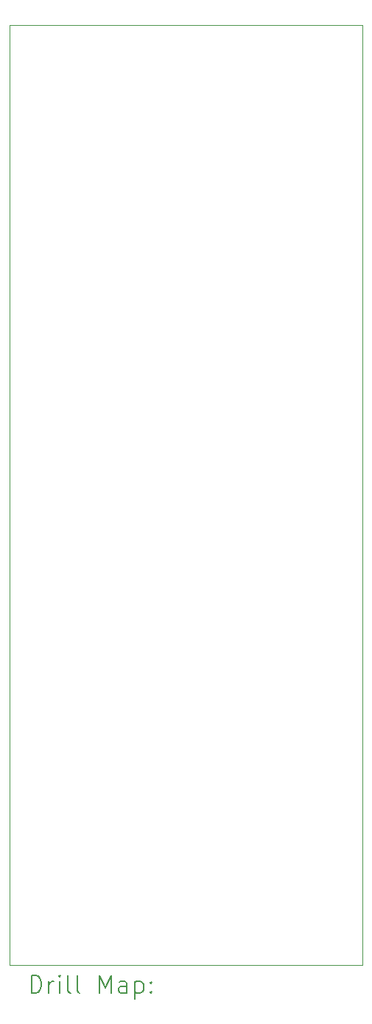
<source format=gbr>
%TF.GenerationSoftware,KiCad,Pcbnew,7.0.10-7.0.10~ubuntu22.04.1*%
%TF.CreationDate,2024-03-13T10:21:02+00:00*%
%TF.ProjectId,useq1,75736571-312e-46b6-9963-61645f706362,rev?*%
%TF.SameCoordinates,Original*%
%TF.FileFunction,Drillmap*%
%TF.FilePolarity,Positive*%
%FSLAX45Y45*%
G04 Gerber Fmt 4.5, Leading zero omitted, Abs format (unit mm)*
G04 Created by KiCad (PCBNEW 7.0.10-7.0.10~ubuntu22.04.1) date 2024-03-13 10:21:02*
%MOMM*%
%LPD*%
G01*
G04 APERTURE LIST*
%ADD10C,0.100000*%
%ADD11C,0.200000*%
G04 APERTURE END LIST*
D10*
X14560000Y-2005000D02*
X18620000Y-2005000D01*
X18620000Y-12805000D01*
X14560000Y-12805000D01*
X14560000Y-2005000D01*
D11*
X14815777Y-13121484D02*
X14815777Y-12921484D01*
X14815777Y-12921484D02*
X14863396Y-12921484D01*
X14863396Y-12921484D02*
X14891967Y-12931008D01*
X14891967Y-12931008D02*
X14911015Y-12950055D01*
X14911015Y-12950055D02*
X14920539Y-12969103D01*
X14920539Y-12969103D02*
X14930062Y-13007198D01*
X14930062Y-13007198D02*
X14930062Y-13035769D01*
X14930062Y-13035769D02*
X14920539Y-13073865D01*
X14920539Y-13073865D02*
X14911015Y-13092912D01*
X14911015Y-13092912D02*
X14891967Y-13111960D01*
X14891967Y-13111960D02*
X14863396Y-13121484D01*
X14863396Y-13121484D02*
X14815777Y-13121484D01*
X15015777Y-13121484D02*
X15015777Y-12988150D01*
X15015777Y-13026246D02*
X15025301Y-13007198D01*
X15025301Y-13007198D02*
X15034824Y-12997674D01*
X15034824Y-12997674D02*
X15053872Y-12988150D01*
X15053872Y-12988150D02*
X15072920Y-12988150D01*
X15139586Y-13121484D02*
X15139586Y-12988150D01*
X15139586Y-12921484D02*
X15130062Y-12931008D01*
X15130062Y-12931008D02*
X15139586Y-12940531D01*
X15139586Y-12940531D02*
X15149110Y-12931008D01*
X15149110Y-12931008D02*
X15139586Y-12921484D01*
X15139586Y-12921484D02*
X15139586Y-12940531D01*
X15263396Y-13121484D02*
X15244348Y-13111960D01*
X15244348Y-13111960D02*
X15234824Y-13092912D01*
X15234824Y-13092912D02*
X15234824Y-12921484D01*
X15368158Y-13121484D02*
X15349110Y-13111960D01*
X15349110Y-13111960D02*
X15339586Y-13092912D01*
X15339586Y-13092912D02*
X15339586Y-12921484D01*
X15596729Y-13121484D02*
X15596729Y-12921484D01*
X15596729Y-12921484D02*
X15663396Y-13064341D01*
X15663396Y-13064341D02*
X15730062Y-12921484D01*
X15730062Y-12921484D02*
X15730062Y-13121484D01*
X15911015Y-13121484D02*
X15911015Y-13016722D01*
X15911015Y-13016722D02*
X15901491Y-12997674D01*
X15901491Y-12997674D02*
X15882443Y-12988150D01*
X15882443Y-12988150D02*
X15844348Y-12988150D01*
X15844348Y-12988150D02*
X15825301Y-12997674D01*
X15911015Y-13111960D02*
X15891967Y-13121484D01*
X15891967Y-13121484D02*
X15844348Y-13121484D01*
X15844348Y-13121484D02*
X15825301Y-13111960D01*
X15825301Y-13111960D02*
X15815777Y-13092912D01*
X15815777Y-13092912D02*
X15815777Y-13073865D01*
X15815777Y-13073865D02*
X15825301Y-13054817D01*
X15825301Y-13054817D02*
X15844348Y-13045293D01*
X15844348Y-13045293D02*
X15891967Y-13045293D01*
X15891967Y-13045293D02*
X15911015Y-13035769D01*
X16006253Y-12988150D02*
X16006253Y-13188150D01*
X16006253Y-12997674D02*
X16025301Y-12988150D01*
X16025301Y-12988150D02*
X16063396Y-12988150D01*
X16063396Y-12988150D02*
X16082443Y-12997674D01*
X16082443Y-12997674D02*
X16091967Y-13007198D01*
X16091967Y-13007198D02*
X16101491Y-13026246D01*
X16101491Y-13026246D02*
X16101491Y-13083388D01*
X16101491Y-13083388D02*
X16091967Y-13102436D01*
X16091967Y-13102436D02*
X16082443Y-13111960D01*
X16082443Y-13111960D02*
X16063396Y-13121484D01*
X16063396Y-13121484D02*
X16025301Y-13121484D01*
X16025301Y-13121484D02*
X16006253Y-13111960D01*
X16187205Y-13102436D02*
X16196729Y-13111960D01*
X16196729Y-13111960D02*
X16187205Y-13121484D01*
X16187205Y-13121484D02*
X16177682Y-13111960D01*
X16177682Y-13111960D02*
X16187205Y-13102436D01*
X16187205Y-13102436D02*
X16187205Y-13121484D01*
X16187205Y-12997674D02*
X16196729Y-13007198D01*
X16196729Y-13007198D02*
X16187205Y-13016722D01*
X16187205Y-13016722D02*
X16177682Y-13007198D01*
X16177682Y-13007198D02*
X16187205Y-12997674D01*
X16187205Y-12997674D02*
X16187205Y-13016722D01*
M02*

</source>
